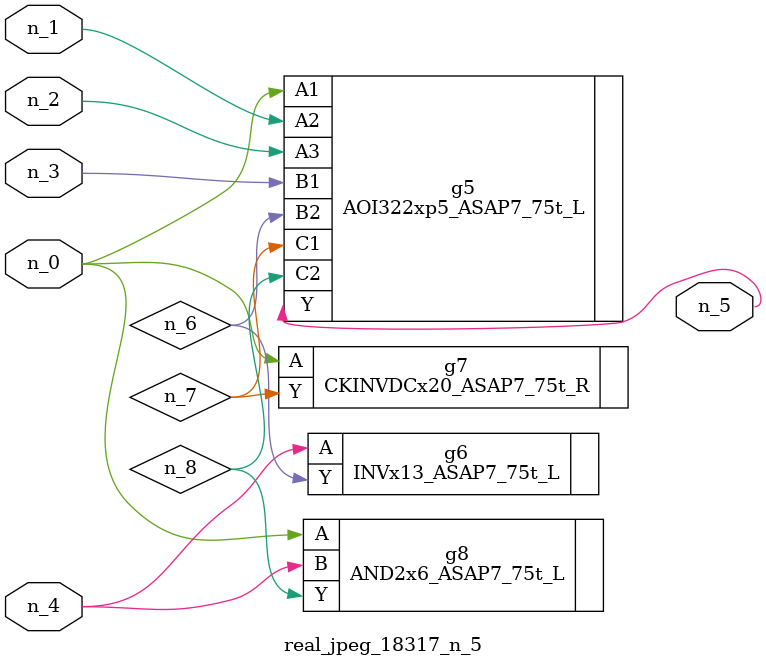
<source format=v>
module real_jpeg_18317_n_5 (n_4, n_0, n_1, n_2, n_3, n_5);

input n_4;
input n_0;
input n_1;
input n_2;
input n_3;

output n_5;

wire n_8;
wire n_6;
wire n_7;

AOI322xp5_ASAP7_75t_L g5 ( 
.A1(n_0),
.A2(n_1),
.A3(n_2),
.B1(n_3),
.B2(n_6),
.C1(n_7),
.C2(n_8),
.Y(n_5)
);

CKINVDCx20_ASAP7_75t_R g7 ( 
.A(n_0),
.Y(n_7)
);

AND2x6_ASAP7_75t_L g8 ( 
.A(n_0),
.B(n_4),
.Y(n_8)
);

INVx13_ASAP7_75t_L g6 ( 
.A(n_4),
.Y(n_6)
);


endmodule
</source>
